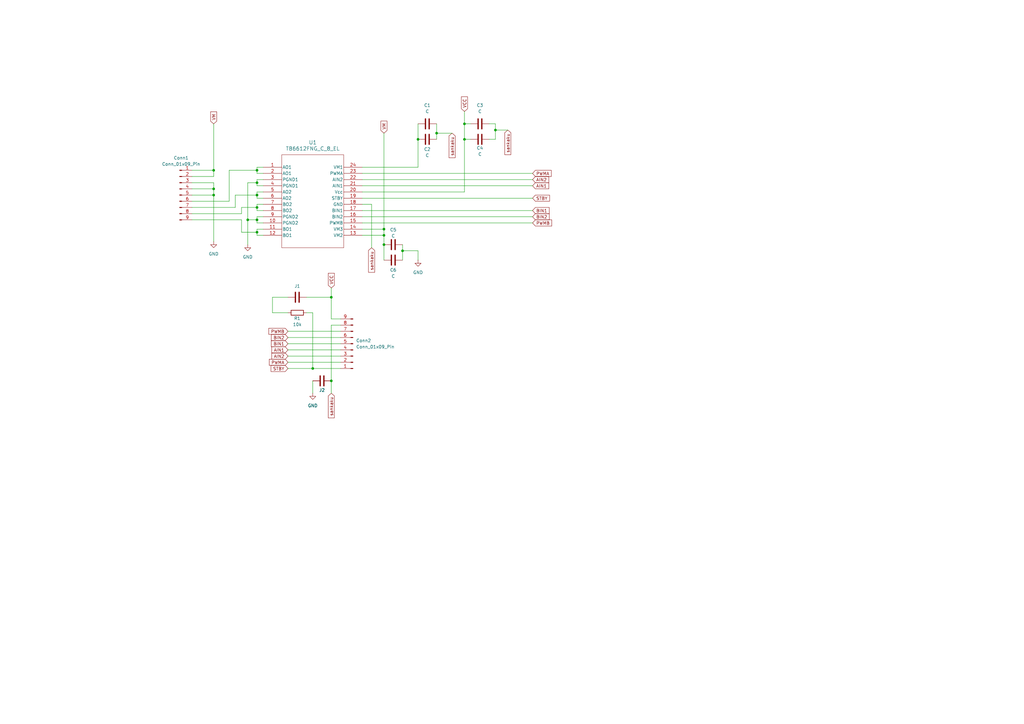
<source format=kicad_sch>
(kicad_sch (version 20231120) (generator "eeschema") (generator_version "8.0")
  (paper "A3")
  (lib_symbols
    (symbol "2024-05-31_07-32-29:TB6612FNG_C_8_EL" (pin_names (offset 0.254))
      (property "Reference" "U" (at 20.32 10.16 0))
      (property "Value" "TB6612FNG_C_8_EL" (at 20.32 7.62 0))
      (symbol "TB6612FNG_C_8_EL_0_1"
        (polyline (pts (xy 7.62 -33.02) (xy 33.02 -33.02)) (stroke (width 0.127)))
        (polyline (pts (xy 7.62 5.08) (xy 7.62 -33.02)) (stroke (width 0.127)))
        (polyline (pts (xy 33.02 -33.02) (xy 33.02 5.08)) (stroke (width 0.127)))
        (polyline (pts (xy 33.02 5.08) (xy 7.62 5.08)) (stroke (width 0.127)))
        (pin output line (at 0 0 0) (length 7.62) (name "AO1") (number "1"))
        (pin power_out line (at 0 -22.86 0) (length 7.62) (name "PGND2") (number "10"))
        (pin output line (at 0 -25.4 0) (length 7.62) (name "BO1") (number "11"))
        (pin output line (at 0 -27.94 0) (length 7.62) (name "BO1") (number "12"))
        (pin power_in line (at 40.64 -27.94 180) (length 7.62) (name "VM2") (number "13"))
        (pin power_in line (at 40.64 -25.4 180) (length 7.62) (name "VM3") (number "14"))
        (pin input line (at 40.64 -22.86 180) (length 7.62) (name "PWMB") (number "15"))
        (pin input line (at 40.64 -20.32 180) (length 7.62) (name "BIN2") (number "16"))
        (pin input line (at 40.64 -17.78 180) (length 7.62) (name "BIN1") (number "17"))
        (pin power_out line (at 40.64 -15.24 180) (length 7.62) (name "GND") (number "18"))
        (pin input line (at 40.64 -12.7 180) (length 7.62) (name "STBY") (number "19"))
        (pin output line (at 0 -2.54 0) (length 7.62) (name "AO1") (number "2"))
        (pin power_in line (at 40.64 -10.16 180) (length 7.62) (name "Vcc") (number "20"))
        (pin input line (at 40.64 -7.62 180) (length 7.62) (name "AIN1") (number "21"))
        (pin input line (at 40.64 -5.08 180) (length 7.62) (name "AIN2") (number "22"))
        (pin input line (at 40.64 -2.54 180) (length 7.62) (name "PWMA") (number "23"))
        (pin power_in line (at 40.64 0 180) (length 7.62) (name "VM1") (number "24"))
        (pin power_out line (at 0 -5.08 0) (length 7.62) (name "PGND1") (number "3"))
        (pin power_out line (at 0 -7.62 0) (length 7.62) (name "PGND1") (number "4"))
        (pin output line (at 0 -10.16 0) (length 7.62) (name "AO2") (number "5"))
        (pin output line (at 0 -12.7 0) (length 7.62) (name "AO2") (number "6"))
        (pin output line (at 0 -15.24 0) (length 7.62) (name "BO2") (number "7"))
        (pin output line (at 0 -17.78 0) (length 7.62) (name "BO2") (number "8"))
        (pin power_out line (at 0 -20.32 0) (length 7.62) (name "PGND2") (number "9"))
      )
    )
    (symbol "Connector:Conn_01x09_Pin" (pin_names (offset 1.016) hide)
      (property "Reference" "J" (at 0 12.7 0))
      (property "Value" "Conn_01x09_Pin" (at 0 -12.7 0))
      (symbol "Conn_01x09_Pin_1_1"
        (polyline (pts (xy 1.27 -10.16) (xy 0.8636 -10.16)) (stroke (width 0.1524)))
        (polyline (pts (xy 1.27 -7.62) (xy 0.8636 -7.62)) (stroke (width 0.1524)))
        (polyline (pts (xy 1.27 -5.08) (xy 0.8636 -5.08)) (stroke (width 0.1524)))
        (polyline (pts (xy 1.27 -2.54) (xy 0.8636 -2.54)) (stroke (width 0.1524)))
        (polyline (pts (xy 1.27 0) (xy 0.8636 0)) (stroke (width 0.1524)))
        (polyline (pts (xy 1.27 2.54) (xy 0.8636 2.54)) (stroke (width 0.1524)))
        (polyline (pts (xy 1.27 5.08) (xy 0.8636 5.08)) (stroke (width 0.1524)))
        (polyline (pts (xy 1.27 7.62) (xy 0.8636 7.62)) (stroke (width 0.1524)))
        (polyline (pts (xy 1.27 10.16) (xy 0.8636 10.16)) (stroke (width 0.1524)))
        (rectangle (start 0.8636 -10.033) (end 0 -10.287) (stroke (width 0.1524)) (fill (type outline)))
        (rectangle (start 0.8636 -7.493) (end 0 -7.747) (stroke (width 0.1524)) (fill (type outline)))
        (rectangle (start 0.8636 -4.953) (end 0 -5.207) (stroke (width 0.1524)) (fill (type outline)))
        (rectangle (start 0.8636 -2.413) (end 0 -2.667) (stroke (width 0.1524)) (fill (type outline)))
        (rectangle (start 0.8636 0.127) (end 0 -0.127) (stroke (width 0.1524)) (fill (type outline)))
        (rectangle (start 0.8636 2.667) (end 0 2.413) (stroke (width 0.1524)) (fill (type outline)))
        (rectangle (start 0.8636 5.207) (end 0 4.953) (stroke (width 0.1524)) (fill (type outline)))
        (rectangle (start 0.8636 7.747) (end 0 7.493) (stroke (width 0.1524)) (fill (type outline)))
        (rectangle (start 0.8636 10.287) (end 0 10.033) (stroke (width 0.1524)) (fill (type outline)))
        (pin passive line (at 5.08 10.16 180) (length 3.81) (name "Pin_1") (number "1"))
        (pin passive line (at 5.08 7.62 180) (length 3.81) (name "Pin_2") (number "2"))
        (pin passive line (at 5.08 5.08 180) (length 3.81) (name "Pin_3") (number "3"))
        (pin passive line (at 5.08 2.54 180) (length 3.81) (name "Pin_4") (number "4"))
        (pin passive line (at 5.08 0 180) (length 3.81) (name "Pin_5") (number "5"))
        (pin passive line (at 5.08 -2.54 180) (length 3.81) (name "Pin_6") (number "6"))
        (pin passive line (at 5.08 -5.08 180) (length 3.81) (name "Pin_7") (number "7"))
        (pin passive line (at 5.08 -7.62 180) (length 3.81) (name "Pin_8") (number "8"))
        (pin passive line (at 5.08 -10.16 180) (length 3.81) (name "Pin_9") (number "9"))
      )
    )
    (symbol "Device:C" (pin_numbers hide) (pin_names (offset 0.254))
      (property "Reference" "C" (at 0.635 2.54 0))
      (property "Value" "C" (at 0.635 -2.54 0))
      (symbol "C_0_1"
        (polyline (pts (xy -2.032 -0.762) (xy 2.032 -0.762)) (stroke (width 0.508)))
        (polyline (pts (xy -2.032 0.762) (xy 2.032 0.762)) (stroke (width 0.508)))
      )
      (symbol "C_1_1"
        (pin passive line (at 0 3.81 270) (length 2.794) (name "~") (number "1"))
        (pin passive line (at 0 -3.81 90) (length 2.794) (name "~") (number "2"))
      )
    )
    (symbol "Device:R" (pin_numbers hide) (pin_names (offset 0))
      (property "Reference" "R" (at 2.032 0 90))
      (property "Value" "R" (at 0 0 90))
      (symbol "R_0_1"
        (rectangle (start -1.016 -2.54) (end 1.016 2.54) (stroke (width 0.254)))
      )
      (symbol "R_1_1"
        (pin passive line (at 0 3.81 270) (length 1.27) (name "~") (number "1"))
        (pin passive line (at 0 -3.81 90) (length 1.27) (name "~") (number "2"))
      )
    )
    (symbol "power:GND" (power) (pin_numbers hide) (pin_names (offset 0) hide)
      (property "Value" "GND" (at 0 -3.81 0))
      (symbol "GND_0_1"
        (polyline (pts (xy 0 0) (xy 0 -1.27) (xy 1.27 -1.27) (xy 0 -2.54) (xy -1.27 -1.27) (xy 0 -1.27)))
      )
      (symbol "GND_1_1"
        (pin power_in line (at 0 0 270) (length 0) (name "~") (number "1"))
      )
    )
  )
  (junction (at 87.63 80.01))
  (junction (at 165.1 102.87))
  (junction (at 157.48 93.98))
  (junction (at 157.48 100.33))
  (junction (at 105.41 74.93))
  (junction (at 171.45 57.15))
  (junction (at 190.5 57.15))
  (junction (at 87.63 69.85))
  (junction (at 179.07 54.61))
  (junction (at 128.27 151.13))
  (junction (at 105.41 95.25))
  (junction (at 105.41 80.01))
  (junction (at 157.48 96.52))
  (junction (at 105.41 90.17))
  (junction (at 203.2 53.34))
  (junction (at 87.63 77.47))
  (junction (at 190.5 50.8))
  (junction (at 105.41 69.85))
  (junction (at 135.89 156.21))
  (junction (at 135.89 121.92))
  (junction (at 105.41 85.09))
  (junction (at 101.6 90.17))
  (wire (pts (xy 107.95 73.66) (xy 105.41 73.66)))
  (wire (pts (xy 171.45 68.58) (xy 171.45 57.15)))
  (wire (pts (xy 105.41 85.09) (xy 105.41 86.36)))
  (wire (pts (xy 78.74 77.47) (xy 87.63 77.47)))
  (wire (pts (xy 93.98 82.55) (xy 93.98 69.85)))
  (wire (pts (xy 99.06 95.25) (xy 99.06 90.17)))
  (wire (pts (xy 118.11 121.92) (xy 111.76 121.92)))
  (wire (pts (xy 125.73 128.27) (xy 128.27 128.27)))
  (wire (pts (xy 128.27 151.13) (xy 139.7 151.13)))
  (wire (pts (xy 96.52 80.01) (xy 96.52 85.09)))
  (wire (pts (xy 148.59 71.12) (xy 218.44 71.12)))
  (wire (pts (xy 105.41 78.74) (xy 105.41 80.01)))
  (wire (pts (xy 135.89 133.35) (xy 135.89 156.21)))
  (wire (pts (xy 118.11 143.51) (xy 139.7 143.51)))
  (wire (pts (xy 190.5 57.15) (xy 190.5 78.74)))
  (wire (pts (xy 107.95 93.98) (xy 105.41 93.98)))
  (wire (pts (xy 105.41 93.98) (xy 105.41 95.25)))
  (wire (pts (xy 165.1 100.33) (xy 165.1 102.87)))
  (wire (pts (xy 148.59 91.44) (xy 218.44 91.44)))
  (wire (pts (xy 148.59 76.2) (xy 218.44 76.2)))
  (wire (pts (xy 105.41 88.9) (xy 105.41 90.17)))
  (wire (pts (xy 179.07 50.8) (xy 179.07 54.61)))
  (wire (pts (xy 87.63 69.85) (xy 87.63 72.39)))
  (wire (pts (xy 125.73 121.92) (xy 135.89 121.92)))
  (wire (pts (xy 148.59 83.82) (xy 152.4 83.82)))
  (wire (pts (xy 135.89 118.11) (xy 135.89 121.92)))
  (wire (pts (xy 99.06 90.17) (xy 78.74 90.17)))
  (wire (pts (xy 193.04 50.8) (xy 190.5 50.8)))
  (wire (pts (xy 128.27 128.27) (xy 128.27 151.13)))
  (wire (pts (xy 152.4 83.82) (xy 152.4 101.6)))
  (wire (pts (xy 203.2 53.34) (xy 203.2 57.15)))
  (wire (pts (xy 203.2 57.15) (xy 200.66 57.15)))
  (wire (pts (xy 105.41 80.01) (xy 96.52 80.01)))
  (wire (pts (xy 87.63 50.8) (xy 87.63 69.85)))
  (wire (pts (xy 105.41 69.85) (xy 105.41 71.12)))
  (wire (pts (xy 78.74 74.93) (xy 87.63 74.93)))
  (wire (pts (xy 105.41 80.01) (xy 105.41 81.28)))
  (wire (pts (xy 105.41 90.17) (xy 105.41 91.44)))
  (wire (pts (xy 87.63 80.01) (xy 87.63 99.06)))
  (wire (pts (xy 101.6 90.17) (xy 105.41 90.17)))
  (wire (pts (xy 105.41 91.44) (xy 107.95 91.44)))
  (wire (pts (xy 78.74 82.55) (xy 93.98 82.55)))
  (wire (pts (xy 118.11 135.89) (xy 139.7 135.89)))
  (wire (pts (xy 105.41 95.25) (xy 99.06 95.25)))
  (wire (pts (xy 118.11 148.59) (xy 139.7 148.59)))
  (wire (pts (xy 179.07 54.61) (xy 185.42 54.61)))
  (wire (pts (xy 179.07 54.61) (xy 179.07 57.15)))
  (wire (pts (xy 105.41 81.28) (xy 107.95 81.28)))
  (wire (pts (xy 148.59 81.28) (xy 218.44 81.28)))
  (wire (pts (xy 107.95 83.82) (xy 105.41 83.82)))
  (wire (pts (xy 157.48 96.52) (xy 148.59 96.52)))
  (wire (pts (xy 165.1 102.87) (xy 171.45 102.87)))
  (wire (pts (xy 78.74 87.63) (xy 99.06 87.63)))
  (wire (pts (xy 135.89 156.21) (xy 135.89 161.29)))
  (wire (pts (xy 107.95 68.58) (xy 105.41 68.58)))
  (wire (pts (xy 107.95 88.9) (xy 105.41 88.9)))
  (wire (pts (xy 193.04 57.15) (xy 190.5 57.15)))
  (wire (pts (xy 105.41 74.93) (xy 105.41 76.2)))
  (wire (pts (xy 105.41 68.58) (xy 105.41 69.85)))
  (wire (pts (xy 148.59 93.98) (xy 157.48 93.98)))
  (wire (pts (xy 171.45 102.87) (xy 171.45 106.68)))
  (wire (pts (xy 78.74 80.01) (xy 87.63 80.01)))
  (wire (pts (xy 203.2 50.8) (xy 203.2 53.34)))
  (wire (pts (xy 87.63 74.93) (xy 87.63 77.47)))
  (wire (pts (xy 171.45 57.15) (xy 171.45 50.8)))
  (wire (pts (xy 105.41 86.36) (xy 107.95 86.36)))
  (wire (pts (xy 99.06 87.63) (xy 99.06 85.09)))
  (wire (pts (xy 157.48 93.98) (xy 157.48 96.52)))
  (wire (pts (xy 190.5 50.8) (xy 190.5 45.72)))
  (wire (pts (xy 190.5 78.74) (xy 148.59 78.74)))
  (wire (pts (xy 190.5 57.15) (xy 190.5 50.8)))
  (wire (pts (xy 111.76 121.92) (xy 111.76 128.27)))
  (wire (pts (xy 135.89 130.81) (xy 139.7 130.81)))
  (wire (pts (xy 105.41 71.12) (xy 107.95 71.12)))
  (wire (pts (xy 99.06 85.09) (xy 105.41 85.09)))
  (wire (pts (xy 118.11 140.97) (xy 139.7 140.97)))
  (wire (pts (xy 105.41 74.93) (xy 101.6 74.93)))
  (wire (pts (xy 139.7 133.35) (xy 135.89 133.35)))
  (wire (pts (xy 87.63 72.39) (xy 78.74 72.39)))
  (wire (pts (xy 157.48 100.33) (xy 157.48 106.68)))
  (wire (pts (xy 105.41 73.66) (xy 105.41 74.93)))
  (wire (pts (xy 128.27 156.21) (xy 128.27 161.29)))
  (wire (pts (xy 96.52 85.09) (xy 78.74 85.09)))
  (wire (pts (xy 200.66 50.8) (xy 203.2 50.8)))
  (wire (pts (xy 87.63 77.47) (xy 87.63 80.01)))
  (wire (pts (xy 111.76 128.27) (xy 118.11 128.27)))
  (wire (pts (xy 148.59 73.66) (xy 218.44 73.66)))
  (wire (pts (xy 203.2 53.34) (xy 208.28 53.34)))
  (wire (pts (xy 78.74 69.85) (xy 87.63 69.85)))
  (wire (pts (xy 148.59 86.36) (xy 218.44 86.36)))
  (wire (pts (xy 157.48 54.61) (xy 157.48 93.98)))
  (wire (pts (xy 105.41 83.82) (xy 105.41 85.09)))
  (wire (pts (xy 107.95 78.74) (xy 105.41 78.74)))
  (wire (pts (xy 105.41 76.2) (xy 107.95 76.2)))
  (wire (pts (xy 118.11 146.05) (xy 139.7 146.05)))
  (wire (pts (xy 105.41 96.52) (xy 107.95 96.52)))
  (wire (pts (xy 101.6 90.17) (xy 101.6 100.33)))
  (wire (pts (xy 148.59 88.9) (xy 218.44 88.9)))
  (wire (pts (xy 101.6 74.93) (xy 101.6 90.17)))
  (wire (pts (xy 165.1 102.87) (xy 165.1 106.68)))
  (wire (pts (xy 118.11 138.43) (xy 139.7 138.43)))
  (wire (pts (xy 157.48 96.52) (xy 157.48 100.33)))
  (wire (pts (xy 135.89 121.92) (xy 135.89 130.81)))
  (wire (pts (xy 148.59 68.58) (xy 171.45 68.58)))
  (wire (pts (xy 93.98 69.85) (xy 105.41 69.85)))
  (wire (pts (xy 118.11 151.13) (xy 128.27 151.13)))
  (wire (pts (xy 105.41 95.25) (xy 105.41 96.52)))
  (global_label "VCC" (shape input) (at 135.89 118.11 90) (property "Intersheetrefs" "${INTERSHEET_REFS}" (effects (hide yes))))
  (global_label "STBY" (shape input) (at 118.11 151.13 180) (property "Intersheetrefs" "${INTERSHEET_REFS}" (effects (hide yes))))
  (global_label "VM" (shape input) (at 87.63 50.8 90) (property "Intersheetrefs" "${INTERSHEET_REFS}" (effects (hide yes))))
  (global_label "VCC" (shape input) (at 190.5 45.72 90) (property "Intersheetrefs" "${INTERSHEET_REFS}" (effects (hide yes))))
  (global_label "BIN2" (shape input) (at 218.44 88.9 0) (property "Intersheetrefs" "${INTERSHEET_REFS}" (effects (hide yes))))
  (global_label "PWMB" (shape input) (at 218.44 91.44 0) (property "Intersheetrefs" "${INTERSHEET_REFS}" (effects (hide yes))))
  (global_label "BIN1" (shape input) (at 118.11 140.97 180) (property "Intersheetrefs" "${INTERSHEET_REFS}" (effects (hide yes))))
  (global_label "sankaku" (shape input) (at 208.28 53.34 270) (property "Intersheetrefs" "${INTERSHEET_REFS}" (effects (hide yes))))
  (global_label "sankaku" (shape input) (at 135.89 161.29 270) (property "Intersheetrefs" "${INTERSHEET_REFS}" (effects (hide yes))))
  (global_label "PWMB" (shape input) (at 118.11 135.89 180) (property "Intersheetrefs" "${INTERSHEET_REFS}" (effects (hide yes))))
  (global_label "sankaku" (shape input) (at 185.42 54.61 270) (property "Intersheetrefs" "${INTERSHEET_REFS}" (effects (hide yes))))
  (global_label "sankaku" (shape input) (at 152.4 101.6 270) (property "Intersheetrefs" "${INTERSHEET_REFS}" (effects (hide yes))))
  (global_label "VM" (shape input) (at 157.48 54.61 90) (property "Intersheetrefs" "${INTERSHEET_REFS}" (effects (hide yes))))
  (global_label "STBY" (shape input) (at 218.44 81.28 0) (property "Intersheetrefs" "${INTERSHEET_REFS}" (effects (hide yes))))
  (global_label "AIN2" (shape input) (at 218.44 73.66 0) (property "Intersheetrefs" "${INTERSHEET_REFS}" (effects (hide yes))))
  (global_label "BIN1" (shape input) (at 218.44 86.36 0) (property "Intersheetrefs" "${INTERSHEET_REFS}" (effects (hide yes))))
  (global_label "PWMA" (shape input) (at 218.44 71.12 0) (property "Intersheetrefs" "${INTERSHEET_REFS}" (effects (hide yes))))
  (global_label "AIN2" (shape input) (at 118.11 146.05 180) (property "Intersheetrefs" "${INTERSHEET_REFS}" (effects (hide yes))))
  (global_label "AIN1" (shape input) (at 218.44 76.2 0) (property "Intersheetrefs" "${INTERSHEET_REFS}" (effects (hide yes))))
  (global_label "BIN2" (shape input) (at 118.11 138.43 180) (property "Intersheetrefs" "${INTERSHEET_REFS}" (effects (hide yes))))
  (global_label "PWMA" (shape input) (at 118.11 148.59 180) (property "Intersheetrefs" "${INTERSHEET_REFS}" (effects (hide yes))))
  (global_label "AIN1" (shape input) (at 118.11 143.51 180) (property "Intersheetrefs" "${INTERSHEET_REFS}" (effects (hide yes))))
  (symbol (lib_id "Device:C") (at 121.92 121.92 90) (unit 1)
    (property "Reference" "J1" (at 121.92 117.348 90))
    (property "Value" "C" (effects (hide yes)))
    (property "Footprint" "Capacitor_SMD:C_0805_2012Metric" (effects (hide yes)))
    (property "Description" "Unpolarized capacitor" (effects (hide yes)))
  )
  (symbol (lib_id "Connector:Conn_01x09_Pin") (at 144.78 140.97 180) (unit 1)
    (property "Reference" "Conn2" (at 146.05 139.6999 0) (effects (justify right)))
    (property "Value" "Conn_01x09_Pin" (at 146.05 142.2399 0) (effects (justify right)))
    (property "Footprint" "Connector_PinHeader_2.54mm:PinHeader_1x09_P2.54mm_Vertical" (effects (hide yes)))
    (property "Description" "Generic connector, single row, 01x09, script generated" (effects (hide yes)))
  )
  (symbol (lib_id "Device:C") (at 196.85 50.8 90) (unit 1)
    (property "Reference" "C3" (at 196.85 43.18 90))
    (property "Value" "C" (at 196.85 45.72 90))
    (property "Footprint" "Capacitor_SMD:C_0201_0603Metric" (effects (hide yes)))
    (property "Description" "Unpolarized capacitor" (effects (hide yes)))
  )
  (symbol (lib_id "Device:C") (at 161.29 100.33 90) (unit 1)
    (property "Reference" "C5" (at 161.29 94.234 90))
    (property "Value" "C" (at 161.29 96.774 90))
    (property "Footprint" "Capacitor_SMD:C_0201_0603Metric" (effects (hide yes)))
    (property "Description" "Unpolarized capacitor" (effects (hide yes)))
  )
  (symbol (lib_id "power:GND") (at 87.63 99.06 0) (unit 1)
    (property "Reference" "#PWR01" (effects (hide yes)))
    (property "Value" "GND" (at 87.63 104.14 0))
    (property "Description" "Power symbol creates a global label with name \"GND\" , ground" (effects (hide yes)))
  )
  (symbol (lib_id "Device:C") (at 132.08 156.21 90) (unit 1)
    (property "Reference" "J2" (at 132.08 160.02 90))
    (property "Value" "C" (effects (hide yes)))
    (property "Footprint" "Capacitor_SMD:C_0805_2012Metric" (effects (hide yes)))
    (property "Description" "Unpolarized capacitor" (effects (hide yes)))
  )
  (symbol (lib_id "power:GND") (at 101.6 100.33 0) (unit 1)
    (property "Reference" "#PWR02" (effects (hide yes)))
    (property "Value" "GND" (at 101.6 105.41 0))
    (property "Description" "Power symbol creates a global label with name \"GND\" , ground" (effects (hide yes)))
  )
  (symbol (lib_id "Connector:Conn_01x09_Pin") (at 73.66 80.01 0) (unit 1)
    (property "Reference" "Conn1" (at 74.295 64.77 0))
    (property "Value" "Conn_01x09_Pin" (at 74.295 67.31 0))
    (property "Footprint" "Connector_PinHeader_2.54mm:PinHeader_1x09_P2.54mm_Vertical" (effects (hide yes)))
    (property "Description" "Generic connector, single row, 01x09, script generated" (effects (hide yes)))
  )
  (symbol (lib_id "power:GND") (at 171.45 106.68 0) (unit 1)
    (property "Reference" "#PWR04" (effects (hide yes)))
    (property "Value" "GND" (at 171.45 111.76 0))
    (property "Description" "Power symbol creates a global label with name \"GND\" , ground" (effects (hide yes)))
  )
  (symbol (lib_id "Device:C") (at 175.26 50.8 90) (unit 1)
    (property "Reference" "C1" (at 175.26 43.18 90))
    (property "Value" "C" (at 175.26 45.72 90))
    (property "Footprint" "Capacitor_SMD:C_0201_0603Metric" (effects (hide yes)))
    (property "Description" "Unpolarized capacitor" (effects (hide yes)))
  )
  (symbol (lib_id "Device:C") (at 161.29 106.68 270) (unit 1)
    (property "Reference" "C6" (at 161.29 110.744 90))
    (property "Value" "C" (at 161.29 113.284 90))
    (property "Footprint" "Capacitor_SMD:C_0402_1005Metric" (effects (hide yes)))
    (property "Description" "Unpolarized capacitor" (effects (hide yes)))
  )
  (symbol (lib_id "2024-05-31_07-32-29:TB6612FNG_C_8_EL") (at 107.95 68.58 0) (unit 1)
    (property "Reference" "U1" (at 128.27 58.42 0) (effects (font (size 1.524 1.524))))
    (property "Value" "TB6612FNG_C_8_EL" (at 128.27 60.96 0) (effects (font (size 1.524 1.524))))
    (property "Footprint" "Package_SO:SSOP-24_3.9x8.7mm_P0.635mm" (effects (hide yes)))
    (property "Datasheet" "TB6612FNG_C_8_EL" (effects (hide yes)))
  )
  (symbol (lib_id "Device:R") (at 121.92 128.27 90) (unit 1)
    (property "Reference" "R1" (at 121.92 130.556 90))
    (property "Value" "10k" (at 121.92 133.096 90))
    (property "Footprint" "Resistor_SMD:R_0805_2012Metric" (effects (hide yes)))
    (property "Description" "Resistor" (effects (hide yes)))
  )
  (symbol (lib_id "Device:C") (at 196.85 57.15 270) (unit 1)
    (property "Reference" "C4" (at 196.85 60.706 90))
    (property "Value" "C" (at 196.85 63.246 90))
    (property "Footprint" "Capacitor_SMD:C_0402_1005Metric" (effects (hide yes)))
    (property "Description" "Unpolarized capacitor" (effects (hide yes)))
  )
  (symbol (lib_id "power:GND") (at 128.27 161.29 0) (unit 1)
    (property "Reference" "#PWR03" (effects (hide yes)))
    (property "Value" "GND" (at 128.27 166.37 0))
    (property "Description" "Power symbol creates a global label with name \"GND\" , ground" (effects (hide yes)))
  )
  (symbol (lib_id "Device:C") (at 175.26 57.15 90) (unit 1)
    (property "Reference" "C2" (at 175.26 61.214 90))
    (property "Value" "C" (at 175.26 63.754 90))
    (property "Footprint" "Capacitor_SMD:C_0402_1005Metric" (effects (hide yes)))
    (property "Description" "Unpolarized capacitor" (effects (hide yes)))
  )
)
</source>
